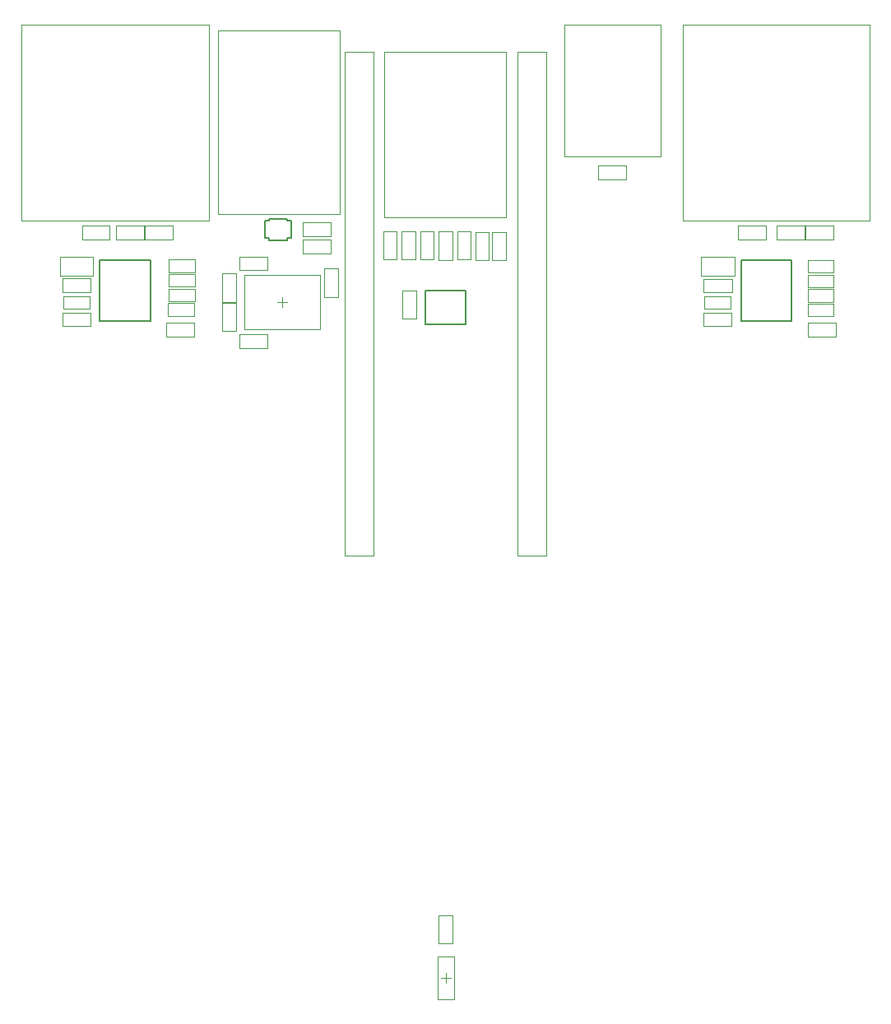
<source format=gbr>
%TF.GenerationSoftware,Altium Limited,Altium Designer,22.10.1 (41)*%
G04 Layer_Color=32768*
%FSLAX45Y45*%
%MOMM*%
%TF.SameCoordinates,CC01BCFA-2ECF-4BF2-A349-93AF2CE8EC74*%
%TF.FilePolarity,Positive*%
%TF.FileFunction,Other,Top_Courtyard*%
%TF.Part,Single*%
G01*
G75*
%TA.AperFunction,NonConductor*%
%ADD49C,0.15240*%
%ADD50C,0.20000*%
%ADD51C,0.10000*%
%ADD58C,0.05000*%
%ADD59C,0.07620*%
%ADD60C,0.01000*%
D49*
X-1815170Y10310490D02*
X-1634830D01*
X-1815170Y10288100D02*
Y10310490D01*
X-1860890Y10288100D02*
X-1815170D01*
X-1860890Y10111900D02*
Y10288100D01*
Y10111900D02*
X-1815170D01*
Y10089510D02*
Y10111900D01*
Y10089510D02*
X-1634830D01*
Y10111900D01*
X-1589110D01*
Y10288100D01*
X-1634830D02*
X-1589110D01*
X-1634830D02*
Y10310490D01*
D50*
X3039393Y9880606D02*
X3560607D01*
Y9259393D02*
Y9880606D01*
X3039393Y9259393D02*
X3560607D01*
X3039393D02*
Y9880606D01*
X-3560607Y9880607D02*
X-3039393D01*
Y9259393D02*
Y9880607D01*
X-3560607Y9259393D02*
X-3039393D01*
X-3560607D02*
Y9880607D01*
X-210411Y9573000D02*
X210411D01*
Y9223000D02*
Y9573000D01*
X-210411Y9223000D02*
X210411D01*
X-210411D02*
Y9573000D01*
D51*
X-1680000Y9400000D02*
Y9500000D01*
X-1730000Y9450000D02*
X-1630000D01*
X2216000Y10949999D02*
Y12304999D01*
X1221000D02*
X2216000D01*
X1221000Y10949999D02*
Y12304999D01*
Y10949999D02*
X2216000D01*
X-2437500Y10291100D02*
Y12306100D01*
X-4362500D02*
X-2437500D01*
X-4362500Y10291100D02*
Y12306100D01*
Y10291100D02*
X-2437500D01*
X4362500Y10291100D02*
Y12306100D01*
X2437500D02*
X4362500D01*
X2437500Y10291100D02*
Y12306100D01*
Y10291100D02*
X4362500D01*
X-2339500Y10355001D02*
X-1089500D01*
X-2339500D02*
Y12250001D01*
X-1089500D01*
Y10355001D02*
Y12250001D01*
D58*
X-2070000Y9170000D02*
X-1290000D01*
X-2070000Y9730000D02*
X-1290000D01*
Y9170000D02*
Y9730000D01*
X-2070000Y9170000D02*
Y9730000D01*
X-3629200Y9722500D02*
Y9917500D01*
X-3970800Y9722500D02*
Y9917500D01*
X-3629200D01*
X-3970800Y9722500D02*
X-3629200D01*
X2970800Y9722500D02*
Y9917500D01*
X2629200Y9722500D02*
Y9917500D01*
X2970800D01*
X2629200Y9722500D02*
X2970800D01*
X-633000Y12025000D02*
X617000D01*
X-633000Y10325000D02*
Y12025000D01*
Y10325000D02*
X617000D01*
Y12025000D01*
X-50000Y2500000D02*
X50000D01*
X0Y2450000D02*
Y2550000D01*
X-85000Y2720000D02*
X85000D01*
X-85000Y2280000D02*
Y2720000D01*
Y2280000D02*
X85000D01*
Y2720000D01*
X-1034650Y12024000D02*
X-743350D01*
Y6843000D02*
Y12024000D01*
X-1034650Y6843000D02*
X-743350D01*
X-1034650D02*
Y12024000D01*
X743350Y6843000D02*
X1034650D01*
X743350D02*
Y12024000D01*
X1034650D01*
Y6843000D02*
Y12024000D01*
D59*
X-2300607Y9454394D02*
X-2159393D01*
Y9745607D01*
X-2300607D02*
X-2159393D01*
X-2300607Y9454394D02*
Y9745607D01*
Y9154393D02*
X-2159393D01*
Y9445606D01*
X-2300607D02*
X-2159393D01*
X-2300607Y9154393D02*
Y9445606D01*
X-1250607Y9504393D02*
X-1109393D01*
Y9795607D01*
X-1250607D02*
X-1109393D01*
X-1250607Y9504393D02*
Y9795607D01*
X-2125606Y9779393D02*
Y9920607D01*
Y9779393D02*
X-1834393D01*
Y9920607D01*
X-2125606D02*
X-1834393D01*
Y8979393D02*
Y9120607D01*
X-2125606D02*
X-1834393D01*
X-2125606Y8979393D02*
Y9120607D01*
Y8979393D02*
X-1834393D01*
X3727093Y9099393D02*
Y9240606D01*
Y9099393D02*
X4013306D01*
Y9240606D01*
X3727093D02*
X4013306D01*
X3706893Y10099393D02*
Y10240606D01*
Y10099393D02*
X3993107D01*
Y10240606D01*
X3706893D02*
X3993107D01*
X2943107Y9204393D02*
Y9345607D01*
X2656893D02*
X2943107D01*
X2656893Y9204393D02*
Y9345607D01*
Y9204393D02*
X2943107D01*
X2654393Y9549393D02*
Y9690606D01*
Y9549393D02*
X2945607D01*
Y9690606D01*
X2654393D02*
X2945607D01*
X3293107Y10099393D02*
Y10240606D01*
X3006893D02*
X3293107D01*
X3006893Y10099393D02*
Y10240606D01*
Y10099393D02*
X3293107D01*
X3406893D02*
Y10240606D01*
Y10099393D02*
X3693107D01*
Y10240606D01*
X3406893D02*
X3693107D01*
X1569394Y10711893D02*
X1860607D01*
X1569394D02*
Y10853107D01*
X1860607D01*
Y10711893D02*
Y10853107D01*
X-3456893Y10099393D02*
Y10240607D01*
X-3743107D02*
X-3456893D01*
X-3743107Y10099393D02*
Y10240607D01*
Y10099393D02*
X-3456893D01*
X-3393107D02*
Y10240607D01*
Y10099393D02*
X-3106893D01*
Y10240607D01*
X-3393107D02*
X-3106893D01*
X-3093107Y10099393D02*
Y10240607D01*
Y10099393D02*
X-2806893D01*
Y10240607D01*
X-3093107D02*
X-2806893D01*
X-3656893Y9204393D02*
Y9345607D01*
X-3943107D02*
X-3656893D01*
X-3943107Y9204393D02*
Y9345607D01*
Y9204393D02*
X-3656893D01*
X-2872907Y9099393D02*
Y9240607D01*
Y9099393D02*
X-2586693D01*
Y9240607D01*
X-2872907D02*
X-2586693D01*
X-1181893Y9954393D02*
Y10095607D01*
X-1468107D02*
X-1181893D01*
X-1468107Y9954393D02*
Y10095607D01*
Y9954393D02*
X-1181893D01*
Y10129393D02*
Y10270607D01*
X-1468107D02*
X-1181893D01*
X-1468107Y10129393D02*
Y10270607D01*
Y10129393D02*
X-1181893D01*
X-451607Y9889893D02*
X-310393D01*
Y10176107D01*
X-451607D02*
X-310393D01*
X-451607Y9889893D02*
Y10176107D01*
X119893Y9889893D02*
X261107D01*
Y10176107D01*
X119893D02*
X261107D01*
X119893Y9889893D02*
Y10176107D01*
X-642107Y9889893D02*
X-500893D01*
Y10176107D01*
X-642107D02*
X-500893D01*
X-642107Y9889893D02*
Y10176107D01*
X-261107D02*
X-119893D01*
X-261107Y9889893D02*
Y10176107D01*
Y9889893D02*
X-119893D01*
Y10176107D01*
X479393Y9886694D02*
X620607D01*
Y10172907D01*
X479393D02*
X620607D01*
X479393Y9886694D02*
Y10172907D01*
X-70607Y2856893D02*
X70607D01*
Y3143107D01*
X-70607D02*
X70607D01*
X-70607Y2856893D02*
Y3143107D01*
X-3945607Y9695607D02*
X-3654394D01*
Y9554393D02*
Y9695607D01*
X-3945607Y9554393D02*
X-3654394D01*
X-3945607D02*
Y9695607D01*
X445607Y9881723D02*
Y10172936D01*
X304393Y9881723D02*
X445607D01*
X304393D02*
Y10172936D01*
X445607D01*
X-70607Y9887393D02*
Y10178607D01*
X70607D01*
Y9887393D02*
Y10178607D01*
X-70607Y9887393D02*
X70607D01*
X-445607Y9279393D02*
Y9570606D01*
X-304393D01*
Y9279393D02*
Y9570606D01*
X-445607Y9279393D02*
X-304393D01*
D60*
X-3935000Y9515000D02*
X-3820000D01*
X-3935000Y9385000D02*
Y9515000D01*
Y9385000D02*
X-3665000D01*
Y9515000D01*
X-3820000D02*
X-3665000D01*
X2665000D02*
X2780000D01*
X2665000Y9385000D02*
Y9515000D01*
Y9385000D02*
X2935000D01*
Y9515000D01*
X2780000D02*
X2935000D01*
X3880000Y9455000D02*
X3995000D01*
Y9585000D01*
X3725000D02*
X3995000D01*
X3725000Y9455000D02*
Y9585000D01*
Y9455000D02*
X3880000D01*
X3725000Y9305000D02*
X3880000D01*
X3725000D02*
Y9435000D01*
X3995000D01*
Y9305000D02*
Y9435000D01*
X3880000Y9305000D02*
X3995000D01*
X3725000Y9755000D02*
X3880000D01*
X3725000D02*
Y9885000D01*
X3995000D01*
Y9755000D02*
Y9885000D01*
X3880000Y9755000D02*
X3995000D01*
X3880000Y9605000D02*
X3995000D01*
Y9735000D01*
X3725000D02*
X3995000D01*
X3725000Y9605000D02*
Y9735000D01*
Y9605000D02*
X3880000D01*
X-2695000Y9610000D02*
X-2580000D01*
Y9740000D01*
X-2850000D02*
X-2580000D01*
X-2850000Y9610000D02*
Y9740000D01*
Y9610000D02*
X-2695000D01*
X-2850000Y9760000D02*
X-2695000D01*
X-2850000D02*
Y9890000D01*
X-2580000D01*
Y9760000D02*
Y9890000D01*
X-2695000Y9760000D02*
X-2580000D01*
X-2695000Y9460000D02*
X-2580000D01*
Y9590000D01*
X-2850000D02*
X-2580000D01*
X-2850000Y9460000D02*
Y9590000D01*
Y9460000D02*
X-2695000D01*
X-2860000Y9310000D02*
X-2705000D01*
X-2860000D02*
Y9440000D01*
X-2590000D01*
Y9310000D02*
Y9440000D01*
X-2705000Y9310000D02*
X-2590000D01*
%TF.MD5,624f18199049242bac59c8781d61fa28*%
M02*

</source>
